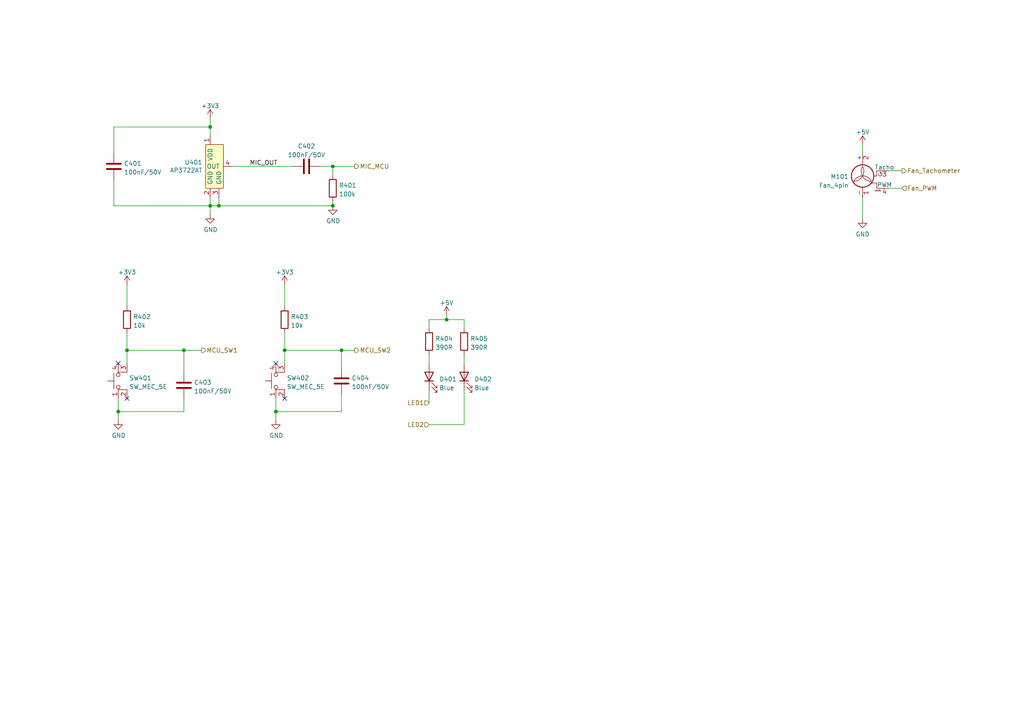
<source format=kicad_sch>
(kicad_sch (version 20230121) (generator eeschema)
  (paper "A4")
  (lib_symbols
    (symbol "Device:C" (pin_numbers hide) (pin_names (offset 0.254))
      (property "Reference" "C" (at 0.635 2.54 0))
      (property "Value" "C" (at 0.635 -2.54 0))
      (symbol "C_0_1"
        (polyline (pts (xy -2.032 -0.762) (xy 2.032 -0.762)) (stroke (width 0.508)))
        (polyline (pts (xy -2.032 0.762) (xy 2.032 0.762)) (stroke (width 0.508)))
      )
      (symbol "C_1_1"
        (pin passive line (at 0 3.81 270) (length 2.794) (name "~") (number "1"))
        (pin passive line (at 0 -3.81 90) (length 2.794) (name "~") (number "2"))
      )
    )
    (symbol "Device:LED" (pin_numbers hide) (pin_names (offset 1.016) hide)
      (property "Reference" "D" (at 0 2.54 0))
      (property "Value" "LED" (at 0 -2.54 0))
      (symbol "LED_0_1"
        (polyline (pts (xy -1.27 -1.27) (xy -1.27 1.27)) (stroke (width 0.254)))
        (polyline (pts (xy -1.27 0) (xy 1.27 0)))
        (polyline (pts (xy 1.27 -1.27) (xy 1.27 1.27) (xy -1.27 0) (xy 1.27 -1.27)) (stroke (width 0.254)))
        (polyline (pts (xy -3.048 -0.762) (xy -4.572 -2.286) (xy -3.81 -2.286) (xy -4.572 -2.286) (xy -4.572 -1.524)))
        (polyline (pts (xy -1.778 -0.762) (xy -3.302 -2.286) (xy -2.54 -2.286) (xy -3.302 -2.286) (xy -3.302 -1.524)))
      )
      (symbol "LED_1_1"
        (pin passive line (at -3.81 0 0) (length 2.54) (name "K") (number "1"))
        (pin passive line (at 3.81 0 180) (length 2.54) (name "A") (number "2"))
      )
    )
    (symbol "Device:R" (pin_numbers hide) (pin_names (offset 0))
      (property "Reference" "R" (at 2.032 0 90))
      (property "Value" "R" (at 0 0 90))
      (symbol "R_0_1"
        (rectangle (start -1.016 -2.54) (end 1.016 2.54) (stroke (width 0.254)))
      )
      (symbol "R_1_1"
        (pin passive line (at 0 3.81 270) (length 1.27) (name "~") (number "1"))
        (pin passive line (at 0 -3.81 90) (length 1.27) (name "~") (number "2"))
      )
    )
    (symbol "Motor:Fan_4pin" (pin_names (offset 0))
      (property "Reference" "M" (at 2.54 5.08 0))
      (property "Value" "Fan_4pin" (at 2.54 -2.54 0))
      (symbol "Fan_4pin_0_0"
        (arc (start -5.588 1.524) (mid -5.08 1.0182) (end -4.572 1.524))
        (arc (start -5.08 2.032) (mid -5.4392 1.8832) (end -5.588 1.524))
        (polyline (pts (xy -5.08 2.032) (xy -5.334 2.159)))
        (polyline (pts (xy -5.08 2.032) (xy -5.207 1.778)))
        (polyline (pts (xy -4.064 2.54) (xy -4.064 1.016) (xy -3.302 1.016)))
      )
      (symbol "Fan_4pin_0_1"
        (arc (start -2.54 -0.508) (mid 0.0028 0.9121) (end 0 3.81))
        (polyline (pts (xy -4.064 2.54) (xy -5.08 2.54)))
        (polyline (pts (xy 0 -5.08) (xy 0 -4.572)))
        (polyline (pts (xy 0 -2.2352) (xy 0 -2.6416)))
        (polyline (pts (xy 0 4.2672) (xy 0 4.6228)))
        (polyline (pts (xy 0 4.572) (xy 0 5.08)))
        (polyline (pts (xy -2.54 -1.016) (xy -4.064 -1.016) (xy -4.064 -2.54) (xy -5.08 -2.54)))
        (polyline (pts (xy -5.334 -3.302) (xy -5.08 -3.302) (xy -5.08 -3.048) (xy -4.826 -3.048) (xy -4.826 -3.302) (xy -4.318 -3.302) (xy -4.318 -3.048) (xy -4.064 -3.048) (xy -4.064 -3.302) (xy -3.556 -3.302)))
        (circle (center 0 1.016) (radius 3.2512) (stroke (width 0.254)))
        (arc (start 0 3.81) (mid 0.053 0.921) (end 2.54 -0.508))
        (arc (start 2.54 -0.508) (mid 0 1.0618) (end -2.54 -0.508))
      )
      (symbol "Fan_4pin_1_1"
        (pin passive line (at 0 -5.08 90) (length 2.54) (name "-") (number "1"))
        (pin passive line (at 0 7.62 270) (length 2.54) (name "+") (number "2"))
        (pin passive line (at -7.62 2.54 0) (length 2.54) (name "Tacho") (number "3"))
        (pin input line (at -7.62 -2.54 0) (length 2.54) (name "PWM") (number "4"))
      )
    )
    (symbol "Switch:SW_MEC_5E" (pin_names (offset 1.016) hide)
      (property "Reference" "SW" (at 0.635 5.715 0))
      (property "Value" "SW_MEC_5E" (at 0 -3.175 0))
      (symbol "SW_MEC_5E_0_1"
        (circle (center -1.778 2.54) (radius 0.508))
        (polyline (pts (xy -2.286 3.81) (xy 2.286 3.81)))
        (polyline (pts (xy 0 3.81) (xy 0 5.588)))
        (polyline (pts (xy -2.54 0) (xy -2.54 2.54) (xy -2.286 2.54)))
        (polyline (pts (xy 2.54 0) (xy 2.54 2.54) (xy 2.286 2.54)))
        (circle (center 1.778 2.54) (radius 0.508))
        (pin passive line (at -5.08 2.54 0) (length 2.54) (name "1") (number "1"))
        (pin passive line (at -5.08 0 0) (length 2.54) (name "2") (number "2"))
        (pin passive line (at 5.08 0 180) (length 2.54) (name "K") (number "3"))
        (pin passive line (at 5.08 2.54 180) (length 2.54) (name "A") (number "4"))
      )
    )
    (symbol "power:+3V3" (power) (pin_names (offset 0))
      (property "Value" "+3V3" (at 0 3.556 0))
      (symbol "+3V3_0_1"
        (polyline (pts (xy -0.762 1.27) (xy 0 2.54)))
        (polyline (pts (xy 0 0) (xy 0 2.54)))
        (polyline (pts (xy 0 2.54) (xy 0.762 1.27)))
      )
      (symbol "+3V3_1_1"
        (pin power_in line (at 0 0 90) (length 0) hide (name "+3V3") (number "1"))
      )
    )
    (symbol "power:+5V" (power) (pin_names (offset 0))
      (property "Value" "+5V" (at 0 3.556 0))
      (symbol "+5V_0_1"
        (polyline (pts (xy -0.762 1.27) (xy 0 2.54)))
        (polyline (pts (xy 0 0) (xy 0 2.54)))
        (polyline (pts (xy 0 2.54) (xy 0.762 1.27)))
      )
      (symbol "+5V_1_1"
        (pin power_in line (at 0 0 90) (length 0) hide (name "+5V") (number "1"))
      )
    )
    (symbol "power:GND" (power) (pin_names (offset 0))
      (property "Value" "GND" (at 0 -3.81 0))
      (symbol "GND_0_1"
        (polyline (pts (xy 0 0) (xy 0 -1.27) (xy 1.27 -1.27) (xy 0 -2.54) (xy -1.27 -1.27) (xy 0 -1.27)))
      )
      (symbol "GND_1_1"
        (pin power_in line (at 0 0 270) (length 0) hide (name "GND") (number "1"))
      )
    )
    (symbol "stm32ledbreakout-rescue:AP3722AT-Skrooter" (pin_names (offset 1.016))
      (property "Reference" "U" (at -6.35 -8.89 90))
      (property "Value" "AP3722AT-Skrooter" (at -3.81 -8.89 90))
      (symbol "AP3722AT-Skrooter_0_1"
        (rectangle (start 2.54 -10.16) (end -2.54 2.54) (fill (type background)))
      )
      (symbol "AP3722AT-Skrooter_1_1"
        (pin power_in line (at -1.27 5.08 270) (length 2.54) (name "VDD") (number "1"))
        (pin power_in line (at -1.27 -12.7 90) (length 2.54) (name "GND") (number "2"))
        (pin power_in line (at 1.27 -12.7 90) (length 2.54) (name "GND") (number "3"))
        (pin output line (at 5.08 -3.81 180) (length 2.54) (name "OUT") (number "4"))
      )
    )
  )
  (junction (at 96.52 59.69))
  (junction (at 60.96 59.69))
  (junction (at 36.83 101.6))
  (junction (at 82.55 101.6))
  (junction (at 53.34 101.6))
  (junction (at 80.01 119.38))
  (junction (at 34.29 119.38))
  (junction (at 99.06 101.6))
  (junction (at 129.54 92.71))
  (junction (at 60.96 36.83))
  (junction (at 63.5 59.69))
  (junction (at 96.52 48.26))
  (no_connect (at 80.01 105.41))
  (no_connect (at 82.55 115.57))
  (no_connect (at 34.29 105.41))
  (no_connect (at 36.83 115.57))
  (wire (pts (xy 134.62 123.19) (xy 134.62 113.03)))
  (wire (pts (xy 80.01 119.38) (xy 80.01 121.92)))
  (wire (pts (xy 53.34 101.6) (xy 53.34 107.95)))
  (wire (pts (xy 33.02 44.45) (xy 33.02 36.83)))
  (wire (pts (xy 129.54 92.71) (xy 134.62 92.71)))
  (wire (pts (xy 134.62 95.25) (xy 134.62 92.71)))
  (wire (pts (xy 99.06 114.3) (xy 99.06 119.38)))
  (wire (pts (xy 82.55 101.6) (xy 82.55 105.41)))
  (wire (pts (xy 33.02 59.69) (xy 33.02 52.07)))
  (wire (pts (xy 124.46 92.71) (xy 129.54 92.71)))
  (wire (pts (xy 60.96 59.69) (xy 60.96 57.15)))
  (wire (pts (xy 134.62 102.87) (xy 134.62 105.41)))
  (wire (pts (xy 99.06 101.6) (xy 99.06 106.68)))
  (wire (pts (xy 129.54 91.44) (xy 129.54 92.71)))
  (wire (pts (xy 33.02 36.83) (xy 60.96 36.83)))
  (wire (pts (xy 82.55 96.52) (xy 82.55 101.6)))
  (wire (pts (xy 63.5 57.15) (xy 63.5 59.69)))
  (wire (pts (xy 34.29 119.38) (xy 34.29 121.92)))
  (wire (pts (xy 124.46 95.25) (xy 124.46 92.71)))
  (wire (pts (xy 36.83 101.6) (xy 53.34 101.6)))
  (wire (pts (xy 92.71 48.26) (xy 96.52 48.26)))
  (wire (pts (xy 53.34 119.38) (xy 34.29 119.38)))
  (wire (pts (xy 82.55 82.55) (xy 82.55 88.9)))
  (wire (pts (xy 63.5 59.69) (xy 96.52 59.69)))
  (wire (pts (xy 36.83 82.55) (xy 36.83 88.9)))
  (wire (pts (xy 53.34 115.57) (xy 53.34 119.38)))
  (wire (pts (xy 60.96 36.83) (xy 60.96 34.29)))
  (wire (pts (xy 85.09 48.26) (xy 67.31 48.26)))
  (wire (pts (xy 60.96 39.37) (xy 60.96 36.83)))
  (wire (pts (xy 60.96 59.69) (xy 33.02 59.69)))
  (wire (pts (xy 250.19 41.91) (xy 250.19 44.45)))
  (wire (pts (xy 124.46 113.03) (xy 124.46 116.84)))
  (wire (pts (xy 80.01 115.57) (xy 80.01 119.38)))
  (wire (pts (xy 53.34 101.6) (xy 58.42 101.6)))
  (wire (pts (xy 34.29 115.57) (xy 34.29 119.38)))
  (wire (pts (xy 257.81 54.61) (xy 261.62 54.61)))
  (wire (pts (xy 99.06 119.38) (xy 80.01 119.38)))
  (wire (pts (xy 99.06 101.6) (xy 102.87 101.6)))
  (wire (pts (xy 257.81 49.53) (xy 261.62 49.53)))
  (wire (pts (xy 60.96 62.23) (xy 60.96 59.69)))
  (wire (pts (xy 36.83 101.6) (xy 36.83 105.41)))
  (wire (pts (xy 124.46 102.87) (xy 124.46 105.41)))
  (wire (pts (xy 250.19 57.15) (xy 250.19 63.5)))
  (wire (pts (xy 63.5 59.69) (xy 60.96 59.69)))
  (wire (pts (xy 82.55 101.6) (xy 99.06 101.6)))
  (wire (pts (xy 96.52 48.26) (xy 102.87 48.26)))
  (wire (pts (xy 96.52 50.8) (xy 96.52 48.26)))
  (wire (pts (xy 124.46 123.19) (xy 134.62 123.19)))
  (wire (pts (xy 36.83 96.52) (xy 36.83 101.6)))
  (wire (pts (xy 96.52 58.42) (xy 96.52 59.69)))
  (label "MIC_OUT" (at 72.39 48.26 0))
  (hierarchical_label "MIC_MCU" (shape output) (at 102.87 48.26 0))
  (hierarchical_label "MCU_SW1" (shape output) (at 58.42 101.6 0))
  (hierarchical_label "Fan_PWM" (shape input) (at 261.62 54.61 0))
  (hierarchical_label "MCU_SW2" (shape output) (at 102.87 101.6 0))
  (hierarchical_label "Fan_Tachometer" (shape output) (at 261.62 49.53 0))
  (hierarchical_label "LED2" (shape input) (at 124.46 123.19 180))
  (hierarchical_label "LED1" (shape input) (at 124.46 116.84 180))
  (symbol (lib_id "power:+3V3") (at 82.55 82.55 0) (unit 1)
    (property "Reference" "#PWR0405" (effects hide))
    (property "Value" "+3V3" (at 82.55 78.9742 0))
  )
  (symbol (lib_id "power:GND") (at 60.96 62.23 0) (unit 1)
    (property "Reference" "#PWR0403" (effects hide))
    (property "Value" "GND" (at 61.087 66.6242 0))
  )
  (symbol (lib_id "Switch:SW_MEC_5E") (at 82.55 110.49 90) (unit 1)
    (property "Reference" "SW402" (at 83.185 109.6553 90) (effects (justify right)))
    (property "Value" "SW_MEC_5E" (at 83.185 112.1922 90) (effects (justify right)))
    (property "Footprint" "Button_Switch_SMD:SW_MEC_5GSH9" (effects hide))
    (property "Datasheet" "http://www.apem.com/int/index.php?controller=attachment&id_attachment=1371" (effects hide))
  )
  (symbol (lib_id "Device:C") (at 88.9 48.26 90) (unit 1)
    (property "Reference" "C402" (at 88.9 42.4012 90))
    (property "Value" "100nF/50V" (at 88.9 44.9381 90))
    (property "Footprint" "Capacitor_SMD:C_0402_1005Metric" (effects hide))
    (property "LCSC" "C307331" (effects hide))
  )
  (symbol (lib_id "power:+3V3") (at 60.96 34.29 0) (unit 1)
    (property "Reference" "#PWR0401" (effects hide))
    (property "Value" "+3V3" (at 60.96 30.7142 0))
  )
  (symbol (lib_id "power:GND") (at 250.19 63.5 0) (unit 1)
    (property "Reference" "#PWR0124" (effects hide))
    (property "Value" "GND" (at 250.19 67.9434 0))
    (instances (project "SmallLedPlatform" (path "" (reference "#PWR0124") (unit 1)) (path "" (reference "#PWR0410") (unit 1))))
  )
  (symbol (lib_id "Device:LED") (at 134.62 109.22 90) (unit 1)
    (property "Reference" "D402" (at 137.541 109.9728 90) (effects (justify right)))
    (property "Value" "Blue" (at 137.541 112.5097 90) (effects (justify right)))
    (property "Footprint" "LED_SMD:LED_0603_1608Metric" (effects hide))
    (property "LCSC" "C72041" (effects hide))
  )
  (symbol (lib_id "Device:R") (at 124.46 99.06 0) (unit 1)
    (property "Reference" "R404" (at 126.238 98.2253 0) (effects (justify left)))
    (property "Value" "390R" (at 126.238 100.7622 0) (effects (justify left)))
    (property "Footprint" "Resistor_SMD:R_0603_1608Metric" (effects hide))
    (property "LCSC" "C23151" (effects hide))
  )
  (symbol (lib_id "Device:R") (at 134.62 99.06 0) (unit 1)
    (property "Reference" "R405" (at 136.398 98.2253 0) (effects (justify left)))
    (property "Value" "390R" (at 136.398 100.7622 0) (effects (justify left)))
    (property "Footprint" "Resistor_SMD:R_0603_1608Metric" (effects hide))
    (property "LCSC" "C23151" (effects hide))
  )
  (symbol (lib_id "Device:C") (at 99.06 110.49 0) (unit 1)
    (property "Reference" "C404" (at 101.981 109.6553 0) (effects (justify left)))
    (property "Value" "100nF/50V" (at 101.981 112.1922 0) (effects (justify left)))
    (property "Footprint" "Capacitor_SMD:C_0402_1005Metric" (effects hide))
    (property "LCSC" "C307331" (effects hide))
  )
  (symbol (lib_id "Device:R") (at 36.83 92.71 0) (unit 1)
    (property "Reference" "R402" (at 38.608 91.8753 0) (effects (justify left)))
    (property "Value" "10k" (at 38.608 94.4122 0) (effects (justify left)))
    (property "Footprint" "Resistor_SMD:R_0402_1005Metric" (effects hide))
    (property "LCSC" "C25744" (effects hide))
  )
  (symbol (lib_id "Device:LED") (at 124.46 109.22 90) (unit 1)
    (property "Reference" "D401" (at 127.381 109.9728 90) (effects (justify right)))
    (property "Value" "Blue" (at 127.381 112.5097 90) (effects (justify right)))
    (property "Footprint" "LED_SMD:LED_0603_1608Metric" (effects hide))
    (property "LCSC" "C72041" (effects hide))
  )
  (symbol (lib_id "Device:C") (at 33.02 48.26 0) (unit 1)
    (property "Reference" "C401" (at 35.941 47.4253 0) (effects (justify left)))
    (property "Value" "100nF/50V" (at 35.941 49.9622 0) (effects (justify left)))
    (property "Footprint" "Capacitor_SMD:C_0402_1005Metric" (effects hide))
    (property "LCSC" "C307331" (effects hide))
  )
  (symbol (lib_id "power:+5V") (at 250.19 41.91 0) (unit 1)
    (property "Reference" "#PWR0125" (effects hide))
    (property "Value" "+5V" (at 250.19 38.3342 0))
    (instances (project "SmallLedPlatform" (path "" (reference "#PWR0125") (unit 1)) (path "" (reference "#PWR0409") (unit 1))))
  )
  (symbol (lib_id "power:+3V3") (at 36.83 82.55 0) (unit 1)
    (property "Reference" "#PWR0404" (effects hide))
    (property "Value" "+3V3" (at 36.83 78.9742 0))
  )
  (symbol (lib_id "power:GND") (at 80.01 121.92 0) (unit 1)
    (property "Reference" "#PWR0408" (effects hide))
    (property "Value" "GND" (at 80.137 126.3142 0))
  )
  (symbol (lib_id "Device:C") (at 53.34 111.76 0) (unit 1)
    (property "Reference" "C403" (at 56.261 110.9253 0) (effects (justify left)))
    (property "Value" "100nF/50V" (at 56.261 113.4622 0) (effects (justify left)))
    (property "Footprint" "Capacitor_SMD:C_0402_1005Metric" (effects hide))
    (property "LCSC" "C307331" (effects hide))
  )
  (symbol (lib_id "power:GND") (at 96.52 59.69 0) (unit 1)
    (property "Reference" "#PWR0402" (effects hide))
    (property "Value" "GND" (at 96.647 64.0842 0))
  )
  (symbol (lib_id "power:GND") (at 34.29 121.92 0) (unit 1)
    (property "Reference" "#PWR0407" (effects hide))
    (property "Value" "GND" (at 34.417 126.3142 0))
  )
  (symbol (lib_id "Device:R") (at 82.55 92.71 0) (unit 1)
    (property "Reference" "R403" (at 84.328 91.8753 0) (effects (justify left)))
    (property "Value" "10k" (at 84.328 94.4122 0) (effects (justify left)))
    (property "Footprint" "Resistor_SMD:R_0402_1005Metric" (effects hide))
    (property "LCSC" "C25744" (effects hide))
  )
  (symbol (lib_id "power:+5V") (at 129.54 91.44 0) (unit 1)
    (property "Reference" "#PWR0406" (effects hide))
    (property "Value" "+5V" (at 129.54 87.8642 0))
  )
  (symbol (lib_id "Switch:SW_MEC_5E") (at 36.83 110.49 90) (unit 1)
    (property "Reference" "SW401" (at 37.465 109.6553 90) (effects (justify right)))
    (property "Value" "SW_MEC_5E" (at 37.465 112.1922 90) (effects (justify right)))
    (property "Footprint" "Button_Switch_SMD:SW_MEC_5GSH9" (effects hide))
    (property "Datasheet" "http://www.apem.com/int/index.php?controller=attachment&id_attachment=1371" (effects hide))
  )
  (symbol (lib_id "stm32ledbreakout-rescue:AP3722AT-Skrooter") (at 62.23 44.45 0) (unit 1)
    (property "Reference" "U401" (at 58.7248 47.0916 0) (effects (justify right)))
    (property "Value" "AP3722AT" (at 58.7248 49.403 0) (effects (justify right)))
    (property "Footprint" "SkrooterFootprints:AP3722AT" (effects hide))
    (property "LCSC" "C918198" (effects hide))
  )
  (symbol (lib_id "Motor:Fan_4pin") (at 250.19 52.07 0) (mirror y) (unit 1)
    (property "Reference" "M101" (at 246.1769 51.2353 0) (effects (justify left)))
    (property "Value" "Fan_4pin" (at 246.1769 53.7722 0) (effects (justify left)))
    (property "Footprint" "Connector_PinHeader_2.54mm:PinHeader_1x04_P2.54mm_Vertical_SMD_Pin1Left" (effects hide))
    (property "Datasheet" "http://www.formfactors.org/developer%5Cspecs%5Crev1_2_public.pdf" (effects hide))
    (instances (project "SmallLedPlatform" (path "" (reference "M101") (unit 1)) (path "" (reference "M401") (unit 1))))
  )
  (symbol (lib_id "Device:R") (at 96.52 54.61 0) (unit 1)
    (property "Reference" "R401" (at 98.298 53.7753 0) (effects (justify left)))
    (property "Value" "100k" (at 98.298 56.3122 0) (effects (justify left)))
    (property "Footprint" "Resistor_SMD:R_0402_1005Metric" (effects hide))
    (property "LCSC" "C25741" (effects hide))
  )
)
</source>
